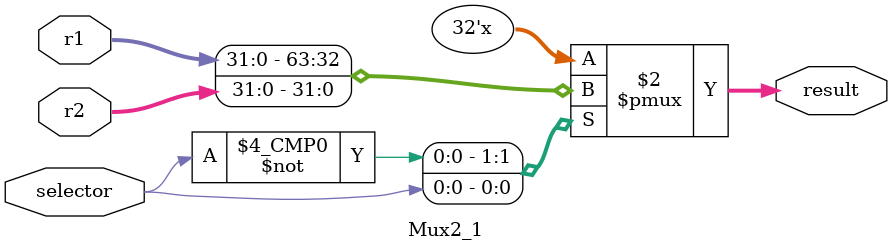
<source format=sv>
 module Mux2_1	#(parameter N = 32)	(input logic[N-1:0] r1, r2,
											input logic selector,
											output logic[N-1:0] result);
	
	always_comb
		case(selector)
			1'b0 : result = r1;
			1'b1 : result = r2;
			default : result = 'z;
		endcase
		
endmodule 
</source>
